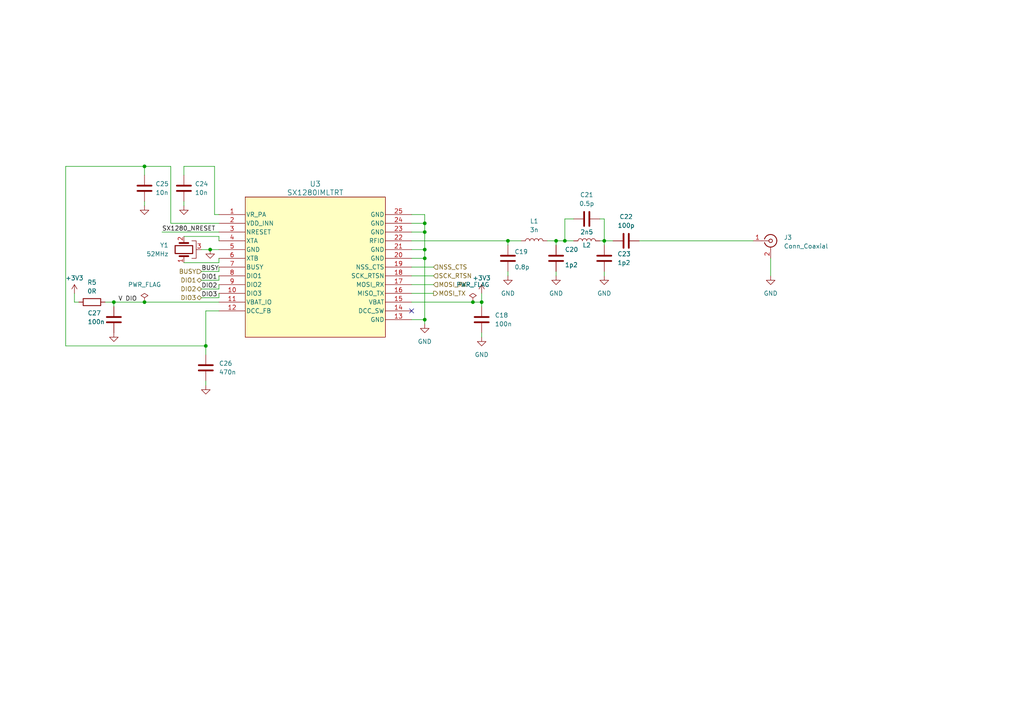
<source format=kicad_sch>
(kicad_sch (version 20230121) (generator eeschema)
  (paper "A4")
  (lib_symbols
    (symbol "Connector:Conn_Coaxial" (pin_names (offset 1.016) hide)
      (property "Reference" "J" (at 0.254 3.048 0))
      (property "Value" "Conn_Coaxial" (at 2.921 0 90))
      (symbol "Conn_Coaxial_0_1"
        (arc (start -1.778 -0.508) (mid 0.2311 -1.8066) (end 1.778 0) (stroke (width 0.254)))
        (polyline (pts (xy -2.54 0) (xy -0.508 0)))
        (polyline (pts (xy 0 -2.54) (xy 0 -1.778)))
        (circle (center 0 0) (radius 0.508) (stroke (width 0.2032)))
        (arc (start 1.778 0) (mid 0.2099 1.8101) (end -1.778 0.508) (stroke (width 0.254)))
      )
      (symbol "Conn_Coaxial_1_1"
        (pin passive line (at -5.08 0 0) (length 2.54) (name "In") (number "1"))
        (pin passive line (at 0 -5.08 90) (length 2.54) (name "Ext") (number "2"))
      )
    )
    (symbol "Device:C" (pin_numbers hide) (pin_names (offset 0.254))
      (property "Reference" "C" (at 0.635 2.54 0))
      (property "Value" "C" (at 0.635 -2.54 0))
      (symbol "C_0_1"
        (polyline (pts (xy -2.032 -0.762) (xy 2.032 -0.762)) (stroke (width 0.508)))
        (polyline (pts (xy -2.032 0.762) (xy 2.032 0.762)) (stroke (width 0.508)))
      )
      (symbol "C_1_1"
        (pin passive line (at 0 3.81 270) (length 2.794) (name "~") (number "1"))
        (pin passive line (at 0 -3.81 90) (length 2.794) (name "~") (number "2"))
      )
    )
    (symbol "Device:Crystal_GND3" (pin_names (offset 1.016) hide)
      (property "Reference" "Y" (at 0 5.715 0))
      (property "Value" "Crystal_GND3" (at 0 3.81 0))
      (symbol "Crystal_GND3_0_1"
        (rectangle (start -1.143 2.54) (end 1.143 -2.54) (stroke (width 0.3048)))
        (polyline (pts (xy -2.54 0) (xy -1.905 0)))
        (polyline (pts (xy -1.905 -1.27) (xy -1.905 1.27)) (stroke (width 0.508)))
        (polyline (pts (xy 0 -3.81) (xy 0 -3.556)))
        (polyline (pts (xy 1.905 0) (xy 2.54 0)))
        (polyline (pts (xy 1.905 1.27) (xy 1.905 -1.27)) (stroke (width 0.508)))
        (polyline (pts (xy -2.54 -2.286) (xy -2.54 -3.556) (xy 2.54 -3.556) (xy 2.54 -2.286)))
      )
      (symbol "Crystal_GND3_1_1"
        (pin passive line (at -3.81 0 0) (length 1.27) (name "1") (number "1"))
        (pin passive line (at 3.81 0 180) (length 1.27) (name "2") (number "2"))
        (pin passive line (at 0 -5.08 90) (length 1.27) (name "3") (number "3"))
      )
    )
    (symbol "Device:L" (pin_numbers hide) (pin_names (offset 1.016) hide)
      (property "Reference" "L" (at -1.27 0 90))
      (property "Value" "L" (at 1.905 0 90))
      (symbol "L_0_1"
        (arc (start 0 -2.54) (mid 0.6323 -1.905) (end 0 -1.27))
        (arc (start 0 -1.27) (mid 0.6323 -0.635) (end 0 0))
        (arc (start 0 0) (mid 0.6323 0.635) (end 0 1.27))
        (arc (start 0 1.27) (mid 0.6323 1.905) (end 0 2.54))
      )
      (symbol "L_1_1"
        (pin passive line (at 0 3.81 270) (length 1.27) (name "1") (number "1"))
        (pin passive line (at 0 -3.81 90) (length 1.27) (name "2") (number "2"))
      )
    )
    (symbol "Device:R" (pin_numbers hide) (pin_names (offset 0))
      (property "Reference" "R" (at 2.032 0 90))
      (property "Value" "R" (at 0 0 90))
      (symbol "R_0_1"
        (rectangle (start -1.016 -2.54) (end 1.016 2.54) (stroke (width 0.254)))
      )
      (symbol "R_1_1"
        (pin passive line (at 0 3.81 270) (length 1.27) (name "~") (number "1"))
        (pin passive line (at 0 -3.81 90) (length 1.27) (name "~") (number "2"))
      )
    )
    (symbol "RF_Parts:SX1280IMLTRT" (pin_names (offset 0.254))
      (property "Reference" "U" (at 27.94 10.16 0))
      (property "Value" "SX1280IMLTRT" (at 27.94 7.62 0))
      (symbol "SX1280IMLTRT_0_1"
        (polyline (pts (xy 7.62 -35.56) (xy 48.26 -35.56)) (stroke (width 0.127)))
        (polyline (pts (xy 7.62 5.08) (xy 7.62 -35.56)) (stroke (width 0.127)))
        (polyline (pts (xy 48.26 -35.56) (xy 48.26 5.08)) (stroke (width 0.127)))
        (polyline (pts (xy 48.26 5.08) (xy 7.62 5.08)) (stroke (width 0.127)))
        (pin power_in line (at 0 0 0) (length 7.62) (name "VR_PA") (number "1"))
        (pin bidirectional line (at 0 -22.86 0) (length 7.62) (name "DIO3") (number "10"))
        (pin power_in line (at 0 -25.4 0) (length 7.62) (name "VBAT_IO") (number "11"))
        (pin output line (at 0 -27.94 0) (length 7.62) (name "DCC_FB") (number "12"))
        (pin power_out line (at 55.88 -30.48 180) (length 7.62) (name "GND") (number "13"))
        (pin output line (at 55.88 -27.94 180) (length 7.62) (name "DCC_SW") (number "14"))
        (pin power_in line (at 55.88 -25.4 180) (length 7.62) (name "VBAT") (number "15"))
        (pin output line (at 55.88 -22.86 180) (length 7.62) (name "MISO_TX") (number "16"))
        (pin input line (at 55.88 -20.32 180) (length 7.62) (name "MOSI_RX") (number "17"))
        (pin input line (at 55.88 -17.78 180) (length 7.62) (name "SCK_RTSN") (number "18"))
        (pin input line (at 55.88 -15.24 180) (length 7.62) (name "NSS_CTS") (number "19"))
        (pin power_in line (at 0 -2.54 0) (length 7.62) (name "VDD_INN") (number "2"))
        (pin power_out line (at 55.88 -12.7 180) (length 7.62) (name "GND") (number "20"))
        (pin power_out line (at 55.88 -10.16 180) (length 7.62) (name "GND") (number "21"))
        (pin bidirectional line (at 55.88 -7.62 180) (length 7.62) (name "RFIO") (number "22"))
        (pin power_out line (at 55.88 -5.08 180) (length 7.62) (name "GND") (number "23"))
        (pin power_out line (at 55.88 -2.54 180) (length 7.62) (name "GND") (number "24"))
        (pin power_out line (at 55.88 0 180) (length 7.62) (name "GND") (number "25"))
        (pin input line (at 0 -5.08 0) (length 7.62) (name "NRESET") (number "3"))
        (pin bidirectional line (at 0 -7.62 0) (length 7.62) (name "XTA") (number "4"))
        (pin power_out line (at 0 -10.16 0) (length 7.62) (name "GND") (number "5"))
        (pin bidirectional line (at 0 -12.7 0) (length 7.62) (name "XTB") (number "6"))
        (pin output line (at 0 -15.24 0) (length 7.62) (name "BUSY") (number "7"))
        (pin bidirectional line (at 0 -17.78 0) (length 7.62) (name "DIO1") (number "8"))
        (pin bidirectional line (at 0 -20.32 0) (length 7.62) (name "DIO2") (number "9"))
      )
      (symbol "SX1280IMLTRT_1_1"
        (rectangle (start 7.62 5.08) (end 48.26 -35.56) (fill (type background)))
      )
    )
    (symbol "power:+3V3" (power) (pin_names (offset 0))
      (property "Value" "+3V3" (at 0 3.556 0))
      (symbol "+3V3_0_1"
        (polyline (pts (xy -0.762 1.27) (xy 0 2.54)))
        (polyline (pts (xy 0 0) (xy 0 2.54)))
        (polyline (pts (xy 0 2.54) (xy 0.762 1.27)))
      )
      (symbol "+3V3_1_1"
        (pin power_in line (at 0 0 90) (length 0) hide (name "+3V3") (number "1"))
      )
    )
    (symbol "power:GND" (power) (pin_names (offset 0))
      (property "Value" "GND" (at 0 -3.81 0))
      (symbol "GND_0_1"
        (polyline (pts (xy 0 0) (xy 0 -1.27) (xy 1.27 -1.27) (xy 0 -2.54) (xy -1.27 -1.27) (xy 0 -1.27)))
      )
      (symbol "GND_1_1"
        (pin power_in line (at 0 0 270) (length 0) hide (name "GND") (number "1"))
      )
    )
    (symbol "power:PWR_FLAG" (power) (pin_numbers hide) (pin_names (offset 0) hide)
      (property "Value" "PWR_FLAG" (at 0 3.81 0))
      (symbol "PWR_FLAG_0_0"
        (pin power_out line (at 0 0 90) (length 0) (name "pwr") (number "1"))
      )
      (symbol "PWR_FLAG_0_1"
        (polyline (pts (xy 0 0) (xy 0 1.27) (xy -1.016 1.905) (xy 0 2.54) (xy 1.016 1.905) (xy 0 1.27)))
      )
    )
  )
  (junction (at 123.19 74.93))
  (junction (at 147.32 69.85))
  (junction (at 59.69 100.33))
  (junction (at 123.19 67.31))
  (junction (at 163.83 69.85))
  (junction (at 41.91 48.26))
  (junction (at 123.19 64.77))
  (junction (at 139.7 87.63))
  (junction (at 123.19 72.39))
  (junction (at 60.96 72.39))
  (junction (at 123.19 92.71))
  (junction (at 161.29 69.85))
  (junction (at 33.02 87.63))
  (junction (at 41.91 87.63))
  (junction (at 175.26 69.85))
  (junction (at 137.16 87.63))
  (no_connect (at 119.38 90.17))
  (wire (pts (xy 175.26 69.85) (xy 177.8 69.85)))
  (wire (pts (xy 147.32 78.74) (xy 147.32 80.01)))
  (wire (pts (xy 119.38 64.77) (xy 123.19 64.77)))
  (wire (pts (xy 173.99 69.85) (xy 175.26 69.85)))
  (wire (pts (xy 139.7 85.09) (xy 139.7 87.63)))
  (wire (pts (xy 161.29 69.85) (xy 163.83 69.85)))
  (wire (pts (xy 59.69 100.33) (xy 59.69 102.87)))
  (wire (pts (xy 63.5 62.23) (xy 62.23 62.23)))
  (wire (pts (xy 53.34 48.26) (xy 53.34 50.8)))
  (wire (pts (xy 166.37 63.5) (xy 163.83 63.5)))
  (wire (pts (xy 163.83 63.5) (xy 163.83 69.85)))
  (wire (pts (xy 53.34 58.42) (xy 53.34 59.69)))
  (wire (pts (xy 123.19 72.39) (xy 123.19 74.93)))
  (wire (pts (xy 139.7 87.63) (xy 137.16 87.63)))
  (wire (pts (xy 59.69 90.17) (xy 63.5 90.17)))
  (wire (pts (xy 49.53 48.26) (xy 41.91 48.26)))
  (wire (pts (xy 123.19 74.93) (xy 123.19 92.71)))
  (wire (pts (xy 58.42 78.74) (xy 63.5 78.74)))
  (wire (pts (xy 41.91 48.26) (xy 41.91 50.8)))
  (wire (pts (xy 33.02 87.63) (xy 33.02 88.9)))
  (wire (pts (xy 53.34 68.58) (xy 63.5 68.58)))
  (wire (pts (xy 125.73 82.55) (xy 119.38 82.55)))
  (wire (pts (xy 58.42 81.28) (xy 63.5 81.28)))
  (wire (pts (xy 139.7 87.63) (xy 139.7 88.9)))
  (wire (pts (xy 63.5 68.58) (xy 63.5 69.85)))
  (wire (pts (xy 175.26 78.74) (xy 175.26 80.01)))
  (wire (pts (xy 63.5 77.47) (xy 63.5 78.74)))
  (wire (pts (xy 125.73 85.09) (xy 119.38 85.09)))
  (wire (pts (xy 123.19 64.77) (xy 123.19 67.31)))
  (wire (pts (xy 62.23 48.26) (xy 53.34 48.26)))
  (wire (pts (xy 21.59 85.09) (xy 21.59 87.63)))
  (wire (pts (xy 33.02 87.63) (xy 41.91 87.63)))
  (wire (pts (xy 119.38 74.93) (xy 123.19 74.93)))
  (wire (pts (xy 21.59 87.63) (xy 22.86 87.63)))
  (wire (pts (xy 173.99 63.5) (xy 175.26 63.5)))
  (wire (pts (xy 123.19 62.23) (xy 123.19 64.77)))
  (wire (pts (xy 119.38 72.39) (xy 123.19 72.39)))
  (wire (pts (xy 59.69 110.49) (xy 59.69 111.76)))
  (wire (pts (xy 185.42 69.85) (xy 218.44 69.85)))
  (wire (pts (xy 63.5 64.77) (xy 49.53 64.77)))
  (wire (pts (xy 119.38 69.85) (xy 147.32 69.85)))
  (wire (pts (xy 58.42 72.39) (xy 60.96 72.39)))
  (wire (pts (xy 137.16 87.63) (xy 119.38 87.63)))
  (wire (pts (xy 62.23 62.23) (xy 62.23 48.26)))
  (wire (pts (xy 63.5 83.82) (xy 63.5 82.55)))
  (wire (pts (xy 175.26 63.5) (xy 175.26 69.85)))
  (wire (pts (xy 123.19 67.31) (xy 123.19 72.39)))
  (wire (pts (xy 19.05 100.33) (xy 59.69 100.33)))
  (wire (pts (xy 175.26 69.85) (xy 175.26 71.12)))
  (wire (pts (xy 30.48 87.63) (xy 33.02 87.63)))
  (wire (pts (xy 125.73 80.01) (xy 119.38 80.01)))
  (wire (pts (xy 119.38 67.31) (xy 123.19 67.31)))
  (wire (pts (xy 59.69 100.33) (xy 59.69 90.17)))
  (wire (pts (xy 147.32 69.85) (xy 147.32 71.12)))
  (wire (pts (xy 119.38 62.23) (xy 123.19 62.23)))
  (wire (pts (xy 63.5 76.2) (xy 63.5 74.93)))
  (wire (pts (xy 19.05 48.26) (xy 19.05 100.33)))
  (wire (pts (xy 123.19 92.71) (xy 119.38 92.71)))
  (wire (pts (xy 53.34 76.2) (xy 63.5 76.2)))
  (wire (pts (xy 123.19 92.71) (xy 123.19 93.98)))
  (wire (pts (xy 161.29 69.85) (xy 161.29 71.12)))
  (wire (pts (xy 60.96 72.39) (xy 63.5 72.39)))
  (wire (pts (xy 63.5 81.28) (xy 63.5 80.01)))
  (wire (pts (xy 223.52 74.93) (xy 223.52 80.01)))
  (wire (pts (xy 58.42 83.82) (xy 63.5 83.82)))
  (wire (pts (xy 163.83 69.85) (xy 166.37 69.85)))
  (wire (pts (xy 41.91 48.26) (xy 19.05 48.26)))
  (wire (pts (xy 63.5 85.09) (xy 63.5 86.36)))
  (wire (pts (xy 41.91 87.63) (xy 63.5 87.63)))
  (wire (pts (xy 158.75 69.85) (xy 161.29 69.85)))
  (wire (pts (xy 49.53 64.77) (xy 49.53 48.26)))
  (wire (pts (xy 41.91 58.42) (xy 41.91 59.69)))
  (wire (pts (xy 125.73 77.47) (xy 119.38 77.47)))
  (wire (pts (xy 46.99 67.31) (xy 63.5 67.31)))
  (wire (pts (xy 139.7 96.52) (xy 139.7 97.79)))
  (wire (pts (xy 63.5 86.36) (xy 58.42 86.36)))
  (wire (pts (xy 151.13 69.85) (xy 147.32 69.85)))
  (wire (pts (xy 161.29 78.74) (xy 161.29 80.01)))
  (label "BUSY" (at 58.42 78.74 0))
  (label "DIO1" (at 58.42 81.28 0))
  (label "DIO2" (at 58.42 83.82 0))
  (label "DIO3" (at 58.42 86.36 0))
  (label "SX1280_NRESET" (at 46.99 67.31 0))
  (label "V DIO" (at 34.29 87.63 0))
  (hierarchical_label "MOSI_RX" (shape input) (at 125.73 82.55 0))
  (hierarchical_label "DIO3" (shape bidirectional) (at 58.42 86.36 180))
  (hierarchical_label "DIO1" (shape bidirectional) (at 58.42 81.28 180))
  (hierarchical_label "NSS_CTS" (shape input) (at 125.73 77.47 0))
  (hierarchical_label "SCK_RTSN" (shape input) (at 125.73 80.01 0))
  (hierarchical_label "MOSI_TX" (shape output) (at 125.73 85.09 0))
  (hierarchical_label "DIO2" (shape bidirectional) (at 58.42 83.82 180))
  (hierarchical_label "BUSY" (shape input) (at 58.42 78.74 180))
  (symbol (lib_id "power:GND") (at 53.34 59.69 0) (unit 1)
    (property "Reference" "#PWR043" (effects hide))
    (property "Value" "GND" (effects hide))
  )
  (symbol (lib_id "Device:C") (at 59.69 106.68 0) (unit 1)
    (property "Reference" "C26" (at 63.5 105.41 0) (effects (justify left)))
    (property "Value" "470n" (at 63.5 107.95 0) (effects (justify left)))
    (property "Footprint" "Capacitor_SMD:C_0402_1005Metric" (effects hide))
  )
  (symbol (lib_id "power:GND") (at 59.69 111.76 0) (unit 1)
    (property "Reference" "#PWR045" (effects hide))
    (property "Value" "GND" (effects hide))
  )
  (symbol (lib_id "power:PWR_FLAG") (at 41.91 87.63 0) (unit 1)
    (property "Reference" "#FLG02" (effects hide))
    (property "Value" "PWR_FLAG" (at 41.91 82.55 0))
  )
  (symbol (lib_id "power:GND") (at 33.02 96.52 0) (unit 1)
    (property "Reference" "#PWR046" (effects hide))
    (property "Value" "GND" (effects hide))
  )
  (symbol (lib_id "power:+3V3") (at 21.59 85.09 0) (unit 1)
    (property "Reference" "#PWR047" (effects hide))
    (property "Value" "+3V3" (at 21.59 80.645 0))
  )
  (symbol (lib_id "power:+3V3") (at 139.7 85.09 0) (unit 1)
    (property "Reference" "#PWR036" (effects hide))
    (property "Value" "+3V3" (at 139.7 80.645 0))
  )
  (symbol (lib_id "power:GND") (at 223.52 80.01 0) (unit 1)
    (property "Reference" "#PWR042" (effects hide))
    (property "Value" "GND" (at 223.52 85.09 0))
  )
  (symbol (lib_id "Connector:Conn_Coaxial") (at 223.52 69.85 0) (unit 1)
    (property "Reference" "J3" (at 227.33 68.8732 0) (effects (justify left)))
    (property "Value" "Conn_Coaxial" (at 227.33 71.4132 0) (effects (justify left)))
    (property "Footprint" "footprints:TAOGLAS_EMPCB.SMAFSTJ.B.HT" (effects hide))
    (property "Datasheet" " ~" (effects hide))
  )
  (symbol (lib_id "Device:C") (at 41.91 54.61 0) (unit 1)
    (property "Reference" "C25" (at 45.085 53.34 0) (effects (justify left)))
    (property "Value" "10n" (at 45.085 55.88 0) (effects (justify left)))
    (property "Footprint" "Capacitor_SMD:C_0402_1005Metric" (effects hide))
  )
  (symbol (lib_id "power:GND") (at 161.29 80.01 0) (unit 1)
    (property "Reference" "#PWR040" (effects hide))
    (property "Value" "GND" (at 161.29 85.09 0))
  )
  (symbol (lib_id "Device:C") (at 161.29 74.93 0) (unit 1)
    (property "Reference" "C20" (at 163.83 72.39 0) (effects (justify left)))
    (property "Value" "1p2" (at 163.83 76.835 0) (effects (justify left)))
    (property "Footprint" "Capacitor_SMD:C_0402_1005Metric" (effects hide))
  )
  (symbol (lib_id "RF_Parts:SX1280IMLTRT") (at 63.5 62.23 0) (unit 1)
    (property "Reference" "U3" (at 91.44 53.34 0) (effects (font (size 1.524 1.524))))
    (property "Value" "SX1280IMLTRT" (at 91.44 55.88 0) (effects (font (size 1.524 1.524))))
    (property "Footprint" "footprints:QFN24_4X4_SEM" (effects hide))
    (property "Datasheet" "https://media.digikey.com/pdf/Data%20Sheets/Semtech%20PDFs/SX1280-81_Rev3.2_Mar2020.pdf" (effects hide))
  )
  (symbol (lib_id "power:GND") (at 147.32 80.01 0) (unit 1)
    (property "Reference" "#PWR039" (effects hide))
    (property "Value" "GND" (at 147.32 85.09 0))
  )
  (symbol (lib_id "Device:C") (at 175.26 74.93 180) (unit 1)
    (property "Reference" "C23" (at 179.07 73.66 0) (effects (justify right)))
    (property "Value" "1p2" (at 179.07 76.2 0) (effects (justify right)))
    (property "Footprint" "Capacitor_SMD:C_0402_1005Metric" (effects hide))
  )
  (symbol (lib_id "Device:C") (at 53.34 54.61 0) (unit 1)
    (property "Reference" "C24" (at 56.515 53.34 0) (effects (justify left)))
    (property "Value" "10n" (at 56.515 55.88 0) (effects (justify left)))
    (property "Footprint" "Capacitor_SMD:C_0402_1005Metric" (effects hide))
  )
  (symbol (lib_id "power:GND") (at 41.91 59.69 0) (unit 1)
    (property "Reference" "#PWR044" (effects hide))
    (property "Value" "GND" (effects hide))
  )
  (symbol (lib_id "Device:C") (at 139.7 92.71 0) (unit 1)
    (property "Reference" "C18" (at 143.51 91.44 0) (effects (justify left)))
    (property "Value" "100n" (at 143.51 93.98 0) (effects (justify left)))
    (property "Footprint" "Capacitor_SMD:C_0402_1005Metric" (effects hide))
  )
  (symbol (lib_id "power:GND") (at 123.19 93.98 0) (unit 1)
    (property "Reference" "#PWR038" (effects hide))
    (property "Value" "GND" (at 123.19 99.06 0))
  )
  (symbol (lib_id "Device:L") (at 170.18 69.85 90) (unit 1)
    (property "Reference" "L2" (at 170.18 71.12 90))
    (property "Value" "2n5" (at 170.18 67.31 90))
    (property "Footprint" "Inductor_SMD:L_0402_1005Metric" (effects hide))
  )
  (symbol (lib_id "Device:C") (at 170.18 63.5 90) (unit 1)
    (property "Reference" "C21" (at 170.18 56.515 90))
    (property "Value" "0.5p" (at 170.18 59.055 90))
    (property "Footprint" "Capacitor_SMD:C_0402_1005Metric" (effects hide))
  )
  (symbol (lib_id "power:PWR_FLAG") (at 137.16 87.63 0) (unit 1)
    (property "Reference" "#FLG03" (effects hide))
    (property "Value" "PWR_FLAG" (at 137.16 82.55 0))
  )
  (symbol (lib_id "Device:C") (at 33.02 92.71 0) (unit 1)
    (property "Reference" "C27" (at 25.4 90.805 0) (effects (justify left)))
    (property "Value" "100n" (at 25.4 93.345 0) (effects (justify left)))
    (property "Footprint" "Capacitor_SMD:C_0402_1005Metric" (effects hide))
  )
  (symbol (lib_id "power:GND") (at 175.26 80.01 0) (unit 1)
    (property "Reference" "#PWR041" (effects hide))
    (property "Value" "GND" (at 175.26 85.09 0))
  )
  (symbol (lib_id "Device:Crystal_GND3") (at 53.34 72.39 90) (unit 1)
    (property "Reference" "Y1" (at 48.895 71.12 90) (effects (justify left)))
    (property "Value" "52MHz" (at 48.895 73.66 90) (effects (justify left)))
    (property "Footprint" "Crystal:Crystal_SMD_0603-4Pin_6.0x3.5mm" (effects hide))
  )
  (symbol (lib_id "Device:C") (at 147.32 74.93 180) (unit 1)
    (property "Reference" "C19" (at 149.225 73.025 0) (effects (justify right)))
    (property "Value" "0.8p" (at 149.225 77.47 0) (effects (justify right)))
    (property "Footprint" "Capacitor_SMD:C_0402_1005Metric" (effects hide))
  )
  (symbol (lib_id "power:GND") (at 60.96 72.39 0) (unit 1)
    (property "Reference" "#PWR050" (effects hide))
    (property "Value" "GND" (effects hide))
  )
  (symbol (lib_id "power:GND") (at 139.7 97.79 0) (unit 1)
    (property "Reference" "#PWR037" (effects hide))
    (property "Value" "GND" (at 139.7 102.87 0))
  )
  (symbol (lib_id "Device:L") (at 154.94 69.85 90) (unit 1)
    (property "Reference" "L1" (at 154.94 64.135 90))
    (property "Value" "3n" (at 154.94 66.675 90))
    (property "Footprint" "Inductor_SMD:L_0402_1005Metric" (effects hide))
  )
  (symbol (lib_id "Device:R") (at 26.67 87.63 270) (unit 1)
    (property "Reference" "R5" (at 26.67 81.915 90))
    (property "Value" "0R" (at 26.67 84.455 90))
    (property "Footprint" "Capacitor_SMD:C_0402_1005Metric" (effects hide))
  )
  (symbol (lib_id "Device:C") (at 181.61 69.85 90) (unit 1)
    (property "Reference" "C22" (at 181.61 62.865 90))
    (property "Value" "100p" (at 181.61 65.405 90))
    (property "Footprint" "Capacitor_SMD:C_0402_1005Metric" (effects hide))
  )
)
</source>
